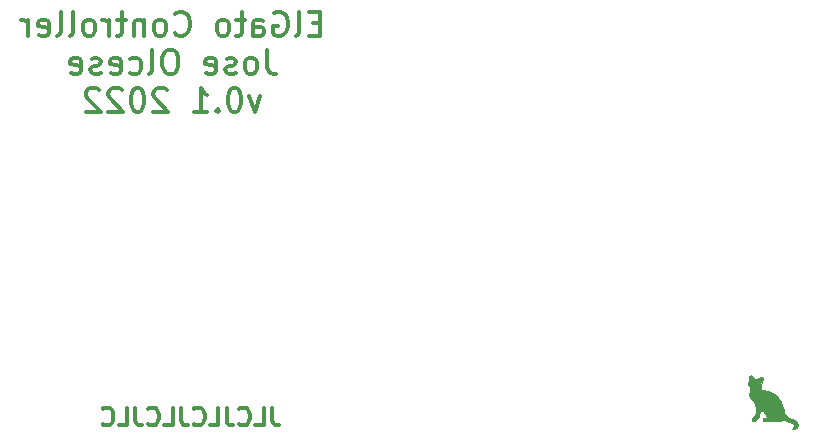
<source format=gbo>
G04 #@! TF.GenerationSoftware,KiCad,Pcbnew,(6.0.7)*
G04 #@! TF.CreationDate,2022-09-05T13:32:46-07:00*
G04 #@! TF.ProjectId,ElGato32,456c4761-746f-4333-922e-6b696361645f,rev?*
G04 #@! TF.SameCoordinates,Original*
G04 #@! TF.FileFunction,Legend,Bot*
G04 #@! TF.FilePolarity,Positive*
%FSLAX46Y46*%
G04 Gerber Fmt 4.6, Leading zero omitted, Abs format (unit mm)*
G04 Created by KiCad (PCBNEW (6.0.7)) date 2022-09-05 13:32:46*
%MOMM*%
%LPD*%
G01*
G04 APERTURE LIST*
%ADD10C,0.010000*%
%ADD11C,0.300000*%
%ADD12R,1.500000X1.500000*%
%ADD13O,3.048000X1.850000*%
%ADD14C,0.650000*%
G04 APERTURE END LIST*
D10*
G36*
X143196436Y-126706182D02*
G01*
X143210228Y-126707501D01*
X143223524Y-126710239D01*
X143236373Y-126714303D01*
X143248825Y-126719600D01*
X143260929Y-126726040D01*
X143272734Y-126733530D01*
X143284289Y-126741977D01*
X143295645Y-126751290D01*
X143306849Y-126761377D01*
X143317952Y-126772145D01*
X143340051Y-126795359D01*
X143385198Y-126845915D01*
X143409036Y-126871786D01*
X143434242Y-126897069D01*
X143447481Y-126909261D01*
X143461211Y-126921029D01*
X143475479Y-126932283D01*
X143490337Y-126942929D01*
X143505832Y-126952876D01*
X143522014Y-126962033D01*
X143538933Y-126970306D01*
X143556637Y-126977604D01*
X143575177Y-126983834D01*
X143594601Y-126988905D01*
X143614959Y-126992725D01*
X143636299Y-126995201D01*
X143658001Y-126996296D01*
X143679488Y-126996097D01*
X143700747Y-126994695D01*
X143721764Y-126992176D01*
X143742527Y-126988630D01*
X143763021Y-126984146D01*
X143803149Y-126972715D01*
X143842040Y-126958593D01*
X143879586Y-126942487D01*
X143915679Y-126925106D01*
X143950209Y-126907158D01*
X144014148Y-126872395D01*
X144043341Y-126856998D01*
X144070538Y-126843867D01*
X144095631Y-126833712D01*
X144118510Y-126827241D01*
X144129087Y-126825608D01*
X144139069Y-126825162D01*
X144148444Y-126825991D01*
X144157198Y-126828183D01*
X144165225Y-126831674D01*
X144172581Y-126836351D01*
X144179284Y-126842165D01*
X144185350Y-126849062D01*
X144190796Y-126856992D01*
X144195640Y-126865903D01*
X144199897Y-126875743D01*
X144203586Y-126886462D01*
X144206723Y-126898006D01*
X144209325Y-126910326D01*
X144211408Y-126923368D01*
X144212991Y-126937082D01*
X144214720Y-126966320D01*
X144214647Y-126997625D01*
X144212908Y-127030585D01*
X144209639Y-127064789D01*
X144204974Y-127099823D01*
X144199050Y-127135275D01*
X144192002Y-127170732D01*
X144183965Y-127205783D01*
X144175074Y-127240014D01*
X144165466Y-127273014D01*
X144094205Y-127485026D01*
X144077340Y-127538613D01*
X144062642Y-127591321D01*
X144051006Y-127642595D01*
X144043327Y-127691877D01*
X144041250Y-127715597D01*
X144040498Y-127738612D01*
X144041182Y-127760850D01*
X144043413Y-127782243D01*
X144047305Y-127802720D01*
X144052968Y-127822214D01*
X144060514Y-127840653D01*
X144070054Y-127857968D01*
X144081702Y-127874091D01*
X144095568Y-127888951D01*
X144111765Y-127902479D01*
X144130403Y-127914605D01*
X144151595Y-127925260D01*
X144175453Y-127934374D01*
X144202088Y-127941877D01*
X144231612Y-127947701D01*
X144366022Y-127968501D01*
X144518106Y-127995037D01*
X144599322Y-128012249D01*
X144683212Y-128033045D01*
X144769195Y-128058144D01*
X144856690Y-128088261D01*
X144945114Y-128124115D01*
X145033888Y-128166422D01*
X145122429Y-128215899D01*
X145166431Y-128243550D01*
X145210156Y-128273263D01*
X145253533Y-128305127D01*
X145296488Y-128339231D01*
X145338949Y-128375666D01*
X145380844Y-128414520D01*
X145422098Y-128455885D01*
X145462641Y-128499848D01*
X145502399Y-128546500D01*
X145541299Y-128595931D01*
X145613357Y-128698603D01*
X145676329Y-128802700D01*
X145731095Y-128907439D01*
X145778535Y-129012039D01*
X145819531Y-129115719D01*
X145854962Y-129217695D01*
X145885709Y-129317186D01*
X145912653Y-129413410D01*
X146000000Y-129750000D01*
X146021132Y-129818160D01*
X146043743Y-129878363D01*
X146068714Y-129929825D01*
X146096924Y-129971764D01*
X146147496Y-130031037D01*
X146198042Y-130085170D01*
X146248459Y-130134483D01*
X146298644Y-130179297D01*
X146348492Y-130219934D01*
X146397900Y-130256715D01*
X146446765Y-130289960D01*
X146494983Y-130319990D01*
X146589062Y-130371691D01*
X146679310Y-130414387D01*
X146844993Y-130483034D01*
X146918771Y-130514121D01*
X146985401Y-130546476D01*
X147015777Y-130563932D01*
X147044055Y-130582667D01*
X147070132Y-130603003D01*
X147093903Y-130625260D01*
X147115266Y-130649761D01*
X147134117Y-130676826D01*
X147150352Y-130706776D01*
X147163868Y-130739931D01*
X147174560Y-130776614D01*
X147182326Y-130817145D01*
X147187061Y-130861845D01*
X147188663Y-130911035D01*
X147187464Y-130933902D01*
X147183963Y-130956332D01*
X147178299Y-130978288D01*
X147170613Y-130999738D01*
X147161046Y-131020646D01*
X147149739Y-131040979D01*
X147136832Y-131060701D01*
X147122465Y-131079779D01*
X147106779Y-131098179D01*
X147089916Y-131115865D01*
X147072015Y-131132803D01*
X147053217Y-131148960D01*
X147033663Y-131164300D01*
X147013493Y-131178790D01*
X146992848Y-131192395D01*
X146971869Y-131205081D01*
X146950696Y-131216813D01*
X146929470Y-131227557D01*
X146908331Y-131237279D01*
X146887420Y-131245944D01*
X146866878Y-131253517D01*
X146846845Y-131259966D01*
X146827463Y-131265255D01*
X146808870Y-131269349D01*
X146791209Y-131272215D01*
X146774620Y-131273818D01*
X146759243Y-131274124D01*
X146745219Y-131273098D01*
X146732689Y-131270707D01*
X146721793Y-131266915D01*
X146712671Y-131261689D01*
X146705466Y-131254993D01*
X146701237Y-131247095D01*
X146700706Y-131238297D01*
X146703501Y-131228620D01*
X146709252Y-131218084D01*
X146728138Y-131194524D01*
X146754397Y-131167782D01*
X146817166Y-131105425D01*
X146847742Y-131070145D01*
X146861529Y-131051552D01*
X146873822Y-131032353D01*
X146884250Y-131012567D01*
X146892441Y-130992216D01*
X146898025Y-130971321D01*
X146900632Y-130949903D01*
X146899889Y-130927982D01*
X146895426Y-130905580D01*
X146886873Y-130882718D01*
X146873858Y-130859415D01*
X146856011Y-130835694D01*
X146832961Y-130811575D01*
X146804336Y-130787080D01*
X146769767Y-130762228D01*
X146728881Y-130737042D01*
X146681310Y-130711541D01*
X146626680Y-130685747D01*
X146564622Y-130659681D01*
X146206211Y-130516692D01*
X146141211Y-130492374D01*
X146084069Y-130472708D01*
X146033791Y-130457734D01*
X145989386Y-130447490D01*
X145949861Y-130442016D01*
X145914226Y-130441353D01*
X145881486Y-130445540D01*
X145850650Y-130454617D01*
X145820727Y-130468624D01*
X145790723Y-130487600D01*
X145759648Y-130511585D01*
X145726507Y-130540618D01*
X144231612Y-130540618D01*
X144231868Y-130502738D01*
X144232951Y-130468663D01*
X144235332Y-130438204D01*
X144237156Y-130424273D01*
X144239482Y-130411176D01*
X144242367Y-130398888D01*
X144245871Y-130387388D01*
X144250053Y-130376651D01*
X144254972Y-130366654D01*
X144260686Y-130357374D01*
X144267254Y-130348787D01*
X144274736Y-130340869D01*
X144283190Y-130333597D01*
X144292675Y-130326948D01*
X144303250Y-130320898D01*
X144314974Y-130315423D01*
X144327906Y-130310501D01*
X144342104Y-130306107D01*
X144357628Y-130302219D01*
X144374536Y-130298812D01*
X144392887Y-130295864D01*
X144412740Y-130293350D01*
X144434155Y-130291248D01*
X144481902Y-130288183D01*
X144536601Y-130286482D01*
X144598721Y-130285957D01*
X144586226Y-130251683D01*
X144570095Y-130212747D01*
X144550727Y-130170097D01*
X144528523Y-130124682D01*
X144503886Y-130077449D01*
X144477216Y-130029348D01*
X144448914Y-129981326D01*
X144419382Y-129934332D01*
X144389021Y-129889315D01*
X144358231Y-129847223D01*
X144327414Y-129809005D01*
X144296971Y-129775608D01*
X144267303Y-129747982D01*
X144252886Y-129736630D01*
X144238812Y-129727075D01*
X144225133Y-129719438D01*
X144211898Y-129713835D01*
X144199159Y-129710387D01*
X144186963Y-129709211D01*
X144165681Y-129709344D01*
X144144118Y-129709978D01*
X144122503Y-129711473D01*
X144101064Y-129714184D01*
X144080030Y-129718471D01*
X144069736Y-129721316D01*
X144059628Y-129724689D01*
X144049735Y-129728634D01*
X144040086Y-129733197D01*
X144030710Y-129738421D01*
X144021633Y-129744352D01*
X144012886Y-129751033D01*
X144004497Y-129758510D01*
X143996494Y-129766828D01*
X143988905Y-129776031D01*
X143981760Y-129786164D01*
X143975087Y-129797271D01*
X143968914Y-129809397D01*
X143963269Y-129822587D01*
X143958182Y-129836885D01*
X143953680Y-129852337D01*
X143949793Y-129868986D01*
X143946549Y-129886878D01*
X143943976Y-129906057D01*
X143942103Y-129926568D01*
X143940958Y-129948455D01*
X143940570Y-129971764D01*
X143939162Y-129999546D01*
X143935041Y-130028218D01*
X143928365Y-130057627D01*
X143919293Y-130087620D01*
X143907981Y-130118042D01*
X143894588Y-130148741D01*
X143879271Y-130179562D01*
X143862187Y-130210352D01*
X143823350Y-130271224D01*
X143779338Y-130330129D01*
X143731413Y-130385838D01*
X143680835Y-130437121D01*
X143628866Y-130482750D01*
X143576765Y-130521497D01*
X143551060Y-130537905D01*
X143525795Y-130552131D01*
X143501128Y-130564023D01*
X143477216Y-130573425D01*
X143454217Y-130580186D01*
X143432289Y-130584150D01*
X143411589Y-130585165D01*
X143392275Y-130583076D01*
X143374504Y-130577731D01*
X143358434Y-130568975D01*
X143344223Y-130556656D01*
X143332029Y-130540618D01*
X143317330Y-130514928D01*
X143306279Y-130491208D01*
X143298668Y-130469250D01*
X143294288Y-130448843D01*
X143292930Y-130429777D01*
X143294386Y-130411842D01*
X143298447Y-130394828D01*
X143304904Y-130378525D01*
X143313549Y-130362722D01*
X143324173Y-130347210D01*
X143336567Y-130331779D01*
X143350524Y-130316218D01*
X143417793Y-130248477D01*
X143455374Y-130208367D01*
X143474420Y-130186017D01*
X143493359Y-130161856D01*
X143511982Y-130135676D01*
X143530080Y-130107265D01*
X143547445Y-130076413D01*
X143563868Y-130042911D01*
X143579140Y-130006548D01*
X143593053Y-129967115D01*
X143605398Y-129924401D01*
X143615966Y-129878195D01*
X143624549Y-129828289D01*
X143630938Y-129774472D01*
X143634924Y-129716533D01*
X143636299Y-129654264D01*
X143634723Y-129569114D01*
X143630130Y-129489947D01*
X143622720Y-129416444D01*
X143612695Y-129348287D01*
X143600255Y-129285157D01*
X143585603Y-129226737D01*
X143568939Y-129172708D01*
X143550464Y-129122751D01*
X143530380Y-129076549D01*
X143508888Y-129033783D01*
X143486189Y-128994134D01*
X143462484Y-128957286D01*
X143412860Y-128890715D01*
X143361628Y-128831524D01*
X143260772Y-128725095D01*
X143214367Y-128672765D01*
X143172791Y-128617630D01*
X143154316Y-128588215D01*
X143137652Y-128557144D01*
X143123000Y-128524099D01*
X143110561Y-128488761D01*
X143100536Y-128450812D01*
X143093126Y-128409934D01*
X143088532Y-128365809D01*
X143086956Y-128318118D01*
X143087777Y-128271097D01*
X143090097Y-128228880D01*
X143093702Y-128190907D01*
X143098377Y-128156617D01*
X143103909Y-128125452D01*
X143110083Y-128096850D01*
X143123503Y-128045097D01*
X143136922Y-127996880D01*
X143143096Y-127972697D01*
X143148628Y-127947718D01*
X143153304Y-127921382D01*
X143156908Y-127893131D01*
X143159228Y-127862403D01*
X143160049Y-127828639D01*
X143159419Y-127805962D01*
X143157586Y-127784745D01*
X143154640Y-127764900D01*
X143150669Y-127746338D01*
X143145762Y-127728970D01*
X143140007Y-127712706D01*
X143133492Y-127697458D01*
X143126306Y-127683136D01*
X143118538Y-127669652D01*
X143110276Y-127656916D01*
X143101608Y-127644840D01*
X143092623Y-127633334D01*
X143074057Y-127611677D01*
X143055285Y-127591233D01*
X143037015Y-127571289D01*
X143019956Y-127551134D01*
X143012101Y-127540754D01*
X143004814Y-127530054D01*
X142998184Y-127518946D01*
X142992299Y-127507339D01*
X142987247Y-127495144D01*
X142983118Y-127482274D01*
X142979999Y-127468638D01*
X142977979Y-127454148D01*
X142977146Y-127438714D01*
X142977590Y-127422248D01*
X142979398Y-127404661D01*
X142982659Y-127385863D01*
X143003660Y-127282439D01*
X143013272Y-127232176D01*
X143022298Y-127181523D01*
X143030746Y-127129466D01*
X143038621Y-127074989D01*
X143045931Y-127017076D01*
X143052680Y-126954712D01*
X143057139Y-126908544D01*
X143062363Y-126863309D01*
X143065745Y-126841570D01*
X143069899Y-126820698D01*
X143075019Y-126800905D01*
X143081297Y-126782402D01*
X143088926Y-126765400D01*
X143093309Y-126757528D01*
X143098101Y-126750111D01*
X143103329Y-126743175D01*
X143109015Y-126736746D01*
X143115185Y-126730852D01*
X143121861Y-126725517D01*
X143129069Y-126720769D01*
X143136833Y-126716634D01*
X143145176Y-126713139D01*
X143154124Y-126710310D01*
X143163699Y-126708173D01*
X143173927Y-126706755D01*
X143184831Y-126706083D01*
X143196436Y-126706182D01*
G37*
X143196436Y-126706182D02*
X143210228Y-126707501D01*
X143223524Y-126710239D01*
X143236373Y-126714303D01*
X143248825Y-126719600D01*
X143260929Y-126726040D01*
X143272734Y-126733530D01*
X143284289Y-126741977D01*
X143295645Y-126751290D01*
X143306849Y-126761377D01*
X143317952Y-126772145D01*
X143340051Y-126795359D01*
X143385198Y-126845915D01*
X143409036Y-126871786D01*
X143434242Y-126897069D01*
X143447481Y-126909261D01*
X143461211Y-126921029D01*
X143475479Y-126932283D01*
X143490337Y-126942929D01*
X143505832Y-126952876D01*
X143522014Y-126962033D01*
X143538933Y-126970306D01*
X143556637Y-126977604D01*
X143575177Y-126983834D01*
X143594601Y-126988905D01*
X143614959Y-126992725D01*
X143636299Y-126995201D01*
X143658001Y-126996296D01*
X143679488Y-126996097D01*
X143700747Y-126994695D01*
X143721764Y-126992176D01*
X143742527Y-126988630D01*
X143763021Y-126984146D01*
X143803149Y-126972715D01*
X143842040Y-126958593D01*
X143879586Y-126942487D01*
X143915679Y-126925106D01*
X143950209Y-126907158D01*
X144014148Y-126872395D01*
X144043341Y-126856998D01*
X144070538Y-126843867D01*
X144095631Y-126833712D01*
X144118510Y-126827241D01*
X144129087Y-126825608D01*
X144139069Y-126825162D01*
X144148444Y-126825991D01*
X144157198Y-126828183D01*
X144165225Y-126831674D01*
X144172581Y-126836351D01*
X144179284Y-126842165D01*
X144185350Y-126849062D01*
X144190796Y-126856992D01*
X144195640Y-126865903D01*
X144199897Y-126875743D01*
X144203586Y-126886462D01*
X144206723Y-126898006D01*
X144209325Y-126910326D01*
X144211408Y-126923368D01*
X144212991Y-126937082D01*
X144214720Y-126966320D01*
X144214647Y-126997625D01*
X144212908Y-127030585D01*
X144209639Y-127064789D01*
X144204974Y-127099823D01*
X144199050Y-127135275D01*
X144192002Y-127170732D01*
X144183965Y-127205783D01*
X144175074Y-127240014D01*
X144165466Y-127273014D01*
X144094205Y-127485026D01*
X144077340Y-127538613D01*
X144062642Y-127591321D01*
X144051006Y-127642595D01*
X144043327Y-127691877D01*
X144041250Y-127715597D01*
X144040498Y-127738612D01*
X144041182Y-127760850D01*
X144043413Y-127782243D01*
X144047305Y-127802720D01*
X144052968Y-127822214D01*
X144060514Y-127840653D01*
X144070054Y-127857968D01*
X144081702Y-127874091D01*
X144095568Y-127888951D01*
X144111765Y-127902479D01*
X144130403Y-127914605D01*
X144151595Y-127925260D01*
X144175453Y-127934374D01*
X144202088Y-127941877D01*
X144231612Y-127947701D01*
X144366022Y-127968501D01*
X144518106Y-127995037D01*
X144599322Y-128012249D01*
X144683212Y-128033045D01*
X144769195Y-128058144D01*
X144856690Y-128088261D01*
X144945114Y-128124115D01*
X145033888Y-128166422D01*
X145122429Y-128215899D01*
X145166431Y-128243550D01*
X145210156Y-128273263D01*
X145253533Y-128305127D01*
X145296488Y-128339231D01*
X145338949Y-128375666D01*
X145380844Y-128414520D01*
X145422098Y-128455885D01*
X145462641Y-128499848D01*
X145502399Y-128546500D01*
X145541299Y-128595931D01*
X145613357Y-128698603D01*
X145676329Y-128802700D01*
X145731095Y-128907439D01*
X145778535Y-129012039D01*
X145819531Y-129115719D01*
X145854962Y-129217695D01*
X145885709Y-129317186D01*
X145912653Y-129413410D01*
X146000000Y-129750000D01*
X146021132Y-129818160D01*
X146043743Y-129878363D01*
X146068714Y-129929825D01*
X146096924Y-129971764D01*
X146147496Y-130031037D01*
X146198042Y-130085170D01*
X146248459Y-130134483D01*
X146298644Y-130179297D01*
X146348492Y-130219934D01*
X146397900Y-130256715D01*
X146446765Y-130289960D01*
X146494983Y-130319990D01*
X146589062Y-130371691D01*
X146679310Y-130414387D01*
X146844993Y-130483034D01*
X146918771Y-130514121D01*
X146985401Y-130546476D01*
X147015777Y-130563932D01*
X147044055Y-130582667D01*
X147070132Y-130603003D01*
X147093903Y-130625260D01*
X147115266Y-130649761D01*
X147134117Y-130676826D01*
X147150352Y-130706776D01*
X147163868Y-130739931D01*
X147174560Y-130776614D01*
X147182326Y-130817145D01*
X147187061Y-130861845D01*
X147188663Y-130911035D01*
X147187464Y-130933902D01*
X147183963Y-130956332D01*
X147178299Y-130978288D01*
X147170613Y-130999738D01*
X147161046Y-131020646D01*
X147149739Y-131040979D01*
X147136832Y-131060701D01*
X147122465Y-131079779D01*
X147106779Y-131098179D01*
X147089916Y-131115865D01*
X147072015Y-131132803D01*
X147053217Y-131148960D01*
X147033663Y-131164300D01*
X147013493Y-131178790D01*
X146992848Y-131192395D01*
X146971869Y-131205081D01*
X146950696Y-131216813D01*
X146929470Y-131227557D01*
X146908331Y-131237279D01*
X146887420Y-131245944D01*
X146866878Y-131253517D01*
X146846845Y-131259966D01*
X146827463Y-131265255D01*
X146808870Y-131269349D01*
X146791209Y-131272215D01*
X146774620Y-131273818D01*
X146759243Y-131274124D01*
X146745219Y-131273098D01*
X146732689Y-131270707D01*
X146721793Y-131266915D01*
X146712671Y-131261689D01*
X146705466Y-131254993D01*
X146701237Y-131247095D01*
X146700706Y-131238297D01*
X146703501Y-131228620D01*
X146709252Y-131218084D01*
X146728138Y-131194524D01*
X146754397Y-131167782D01*
X146817166Y-131105425D01*
X146847742Y-131070145D01*
X146861529Y-131051552D01*
X146873822Y-131032353D01*
X146884250Y-131012567D01*
X146892441Y-130992216D01*
X146898025Y-130971321D01*
X146900632Y-130949903D01*
X146899889Y-130927982D01*
X146895426Y-130905580D01*
X146886873Y-130882718D01*
X146873858Y-130859415D01*
X146856011Y-130835694D01*
X146832961Y-130811575D01*
X146804336Y-130787080D01*
X146769767Y-130762228D01*
X146728881Y-130737042D01*
X146681310Y-130711541D01*
X146626680Y-130685747D01*
X146564622Y-130659681D01*
X146206211Y-130516692D01*
X146141211Y-130492374D01*
X146084069Y-130472708D01*
X146033791Y-130457734D01*
X145989386Y-130447490D01*
X145949861Y-130442016D01*
X145914226Y-130441353D01*
X145881486Y-130445540D01*
X145850650Y-130454617D01*
X145820727Y-130468624D01*
X145790723Y-130487600D01*
X145759648Y-130511585D01*
X145726507Y-130540618D01*
X144231612Y-130540618D01*
X144231868Y-130502738D01*
X144232951Y-130468663D01*
X144235332Y-130438204D01*
X144237156Y-130424273D01*
X144239482Y-130411176D01*
X144242367Y-130398888D01*
X144245871Y-130387388D01*
X144250053Y-130376651D01*
X144254972Y-130366654D01*
X144260686Y-130357374D01*
X144267254Y-130348787D01*
X144274736Y-130340869D01*
X144283190Y-130333597D01*
X144292675Y-130326948D01*
X144303250Y-130320898D01*
X144314974Y-130315423D01*
X144327906Y-130310501D01*
X144342104Y-130306107D01*
X144357628Y-130302219D01*
X144374536Y-130298812D01*
X144392887Y-130295864D01*
X144412740Y-130293350D01*
X144434155Y-130291248D01*
X144481902Y-130288183D01*
X144536601Y-130286482D01*
X144598721Y-130285957D01*
X144586226Y-130251683D01*
X144570095Y-130212747D01*
X144550727Y-130170097D01*
X144528523Y-130124682D01*
X144503886Y-130077449D01*
X144477216Y-130029348D01*
X144448914Y-129981326D01*
X144419382Y-129934332D01*
X144389021Y-129889315D01*
X144358231Y-129847223D01*
X144327414Y-129809005D01*
X144296971Y-129775608D01*
X144267303Y-129747982D01*
X144252886Y-129736630D01*
X144238812Y-129727075D01*
X144225133Y-129719438D01*
X144211898Y-129713835D01*
X144199159Y-129710387D01*
X144186963Y-129709211D01*
X144165681Y-129709344D01*
X144144118Y-129709978D01*
X144122503Y-129711473D01*
X144101064Y-129714184D01*
X144080030Y-129718471D01*
X144069736Y-129721316D01*
X144059628Y-129724689D01*
X144049735Y-129728634D01*
X144040086Y-129733197D01*
X144030710Y-129738421D01*
X144021633Y-129744352D01*
X144012886Y-129751033D01*
X144004497Y-129758510D01*
X143996494Y-129766828D01*
X143988905Y-129776031D01*
X143981760Y-129786164D01*
X143975087Y-129797271D01*
X143968914Y-129809397D01*
X143963269Y-129822587D01*
X143958182Y-129836885D01*
X143953680Y-129852337D01*
X143949793Y-129868986D01*
X143946549Y-129886878D01*
X143943976Y-129906057D01*
X143942103Y-129926568D01*
X143940958Y-129948455D01*
X143940570Y-129971764D01*
X143939162Y-129999546D01*
X143935041Y-130028218D01*
X143928365Y-130057627D01*
X143919293Y-130087620D01*
X143907981Y-130118042D01*
X143894588Y-130148741D01*
X143879271Y-130179562D01*
X143862187Y-130210352D01*
X143823350Y-130271224D01*
X143779338Y-130330129D01*
X143731413Y-130385838D01*
X143680835Y-130437121D01*
X143628866Y-130482750D01*
X143576765Y-130521497D01*
X143551060Y-130537905D01*
X143525795Y-130552131D01*
X143501128Y-130564023D01*
X143477216Y-130573425D01*
X143454217Y-130580186D01*
X143432289Y-130584150D01*
X143411589Y-130585165D01*
X143392275Y-130583076D01*
X143374504Y-130577731D01*
X143358434Y-130568975D01*
X143344223Y-130556656D01*
X143332029Y-130540618D01*
X143317330Y-130514928D01*
X143306279Y-130491208D01*
X143298668Y-130469250D01*
X143294288Y-130448843D01*
X143292930Y-130429777D01*
X143294386Y-130411842D01*
X143298447Y-130394828D01*
X143304904Y-130378525D01*
X143313549Y-130362722D01*
X143324173Y-130347210D01*
X143336567Y-130331779D01*
X143350524Y-130316218D01*
X143417793Y-130248477D01*
X143455374Y-130208367D01*
X143474420Y-130186017D01*
X143493359Y-130161856D01*
X143511982Y-130135676D01*
X143530080Y-130107265D01*
X143547445Y-130076413D01*
X143563868Y-130042911D01*
X143579140Y-130006548D01*
X143593053Y-129967115D01*
X143605398Y-129924401D01*
X143615966Y-129878195D01*
X143624549Y-129828289D01*
X143630938Y-129774472D01*
X143634924Y-129716533D01*
X143636299Y-129654264D01*
X143634723Y-129569114D01*
X143630130Y-129489947D01*
X143622720Y-129416444D01*
X143612695Y-129348287D01*
X143600255Y-129285157D01*
X143585603Y-129226737D01*
X143568939Y-129172708D01*
X143550464Y-129122751D01*
X143530380Y-129076549D01*
X143508888Y-129033783D01*
X143486189Y-128994134D01*
X143462484Y-128957286D01*
X143412860Y-128890715D01*
X143361628Y-128831524D01*
X143260772Y-128725095D01*
X143214367Y-128672765D01*
X143172791Y-128617630D01*
X143154316Y-128588215D01*
X143137652Y-128557144D01*
X143123000Y-128524099D01*
X143110561Y-128488761D01*
X143100536Y-128450812D01*
X143093126Y-128409934D01*
X143088532Y-128365809D01*
X143086956Y-128318118D01*
X143087777Y-128271097D01*
X143090097Y-128228880D01*
X143093702Y-128190907D01*
X143098377Y-128156617D01*
X143103909Y-128125452D01*
X143110083Y-128096850D01*
X143123503Y-128045097D01*
X143136922Y-127996880D01*
X143143096Y-127972697D01*
X143148628Y-127947718D01*
X143153304Y-127921382D01*
X143156908Y-127893131D01*
X143159228Y-127862403D01*
X143160049Y-127828639D01*
X143159419Y-127805962D01*
X143157586Y-127784745D01*
X143154640Y-127764900D01*
X143150669Y-127746338D01*
X143145762Y-127728970D01*
X143140007Y-127712706D01*
X143133492Y-127697458D01*
X143126306Y-127683136D01*
X143118538Y-127669652D01*
X143110276Y-127656916D01*
X143101608Y-127644840D01*
X143092623Y-127633334D01*
X143074057Y-127611677D01*
X143055285Y-127591233D01*
X143037015Y-127571289D01*
X143019956Y-127551134D01*
X143012101Y-127540754D01*
X143004814Y-127530054D01*
X142998184Y-127518946D01*
X142992299Y-127507339D01*
X142987247Y-127495144D01*
X142983118Y-127482274D01*
X142979999Y-127468638D01*
X142977979Y-127454148D01*
X142977146Y-127438714D01*
X142977590Y-127422248D01*
X142979398Y-127404661D01*
X142982659Y-127385863D01*
X143003660Y-127282439D01*
X143013272Y-127232176D01*
X143022298Y-127181523D01*
X143030746Y-127129466D01*
X143038621Y-127074989D01*
X143045931Y-127017076D01*
X143052680Y-126954712D01*
X143057139Y-126908544D01*
X143062363Y-126863309D01*
X143065745Y-126841570D01*
X143069899Y-126820698D01*
X143075019Y-126800905D01*
X143081297Y-126782402D01*
X143088926Y-126765400D01*
X143093309Y-126757528D01*
X143098101Y-126750111D01*
X143103329Y-126743175D01*
X143109015Y-126736746D01*
X143115185Y-126730852D01*
X143121861Y-126725517D01*
X143129069Y-126720769D01*
X143136833Y-126716634D01*
X143145176Y-126713139D01*
X143154124Y-126710310D01*
X143163699Y-126708173D01*
X143173927Y-126706755D01*
X143184831Y-126706083D01*
X143196436Y-126706182D01*
D11*
X102678571Y-129428571D02*
X102678571Y-130500000D01*
X102750000Y-130714285D01*
X102892857Y-130857142D01*
X103107142Y-130928571D01*
X103250000Y-130928571D01*
X101250000Y-130928571D02*
X101964285Y-130928571D01*
X101964285Y-129428571D01*
X99892857Y-130785714D02*
X99964285Y-130857142D01*
X100178571Y-130928571D01*
X100321428Y-130928571D01*
X100535714Y-130857142D01*
X100678571Y-130714285D01*
X100750000Y-130571428D01*
X100821428Y-130285714D01*
X100821428Y-130071428D01*
X100750000Y-129785714D01*
X100678571Y-129642857D01*
X100535714Y-129500000D01*
X100321428Y-129428571D01*
X100178571Y-129428571D01*
X99964285Y-129500000D01*
X99892857Y-129571428D01*
X98821428Y-129428571D02*
X98821428Y-130500000D01*
X98892857Y-130714285D01*
X99035714Y-130857142D01*
X99250000Y-130928571D01*
X99392857Y-130928571D01*
X97392857Y-130928571D02*
X98107142Y-130928571D01*
X98107142Y-129428571D01*
X96035714Y-130785714D02*
X96107142Y-130857142D01*
X96321428Y-130928571D01*
X96464285Y-130928571D01*
X96678571Y-130857142D01*
X96821428Y-130714285D01*
X96892857Y-130571428D01*
X96964285Y-130285714D01*
X96964285Y-130071428D01*
X96892857Y-129785714D01*
X96821428Y-129642857D01*
X96678571Y-129500000D01*
X96464285Y-129428571D01*
X96321428Y-129428571D01*
X96107142Y-129500000D01*
X96035714Y-129571428D01*
X94964285Y-129428571D02*
X94964285Y-130500000D01*
X95035714Y-130714285D01*
X95178571Y-130857142D01*
X95392857Y-130928571D01*
X95535714Y-130928571D01*
X93535714Y-130928571D02*
X94250000Y-130928571D01*
X94250000Y-129428571D01*
X92178571Y-130785714D02*
X92250000Y-130857142D01*
X92464285Y-130928571D01*
X92607142Y-130928571D01*
X92821428Y-130857142D01*
X92964285Y-130714285D01*
X93035714Y-130571428D01*
X93107142Y-130285714D01*
X93107142Y-130071428D01*
X93035714Y-129785714D01*
X92964285Y-129642857D01*
X92821428Y-129500000D01*
X92607142Y-129428571D01*
X92464285Y-129428571D01*
X92250000Y-129500000D01*
X92178571Y-129571428D01*
X91107142Y-129428571D02*
X91107142Y-130500000D01*
X91178571Y-130714285D01*
X91321428Y-130857142D01*
X91535714Y-130928571D01*
X91678571Y-130928571D01*
X89678571Y-130928571D02*
X90392857Y-130928571D01*
X90392857Y-129428571D01*
X88321428Y-130785714D02*
X88392857Y-130857142D01*
X88607142Y-130928571D01*
X88750000Y-130928571D01*
X88964285Y-130857142D01*
X89107142Y-130714285D01*
X89178571Y-130571428D01*
X89250000Y-130285714D01*
X89250000Y-130071428D01*
X89178571Y-129785714D01*
X89107142Y-129642857D01*
X88964285Y-129500000D01*
X88750000Y-129428571D01*
X88607142Y-129428571D01*
X88392857Y-129500000D01*
X88321428Y-129571428D01*
X106773809Y-96887142D02*
X106107142Y-96887142D01*
X105821428Y-97934761D02*
X106773809Y-97934761D01*
X106773809Y-95934761D01*
X105821428Y-95934761D01*
X104678571Y-97934761D02*
X104869047Y-97839523D01*
X104964285Y-97649047D01*
X104964285Y-95934761D01*
X102869047Y-96030000D02*
X103059523Y-95934761D01*
X103345238Y-95934761D01*
X103630952Y-96030000D01*
X103821428Y-96220476D01*
X103916666Y-96410952D01*
X104011904Y-96791904D01*
X104011904Y-97077619D01*
X103916666Y-97458571D01*
X103821428Y-97649047D01*
X103630952Y-97839523D01*
X103345238Y-97934761D01*
X103154761Y-97934761D01*
X102869047Y-97839523D01*
X102773809Y-97744285D01*
X102773809Y-97077619D01*
X103154761Y-97077619D01*
X101059523Y-97934761D02*
X101059523Y-96887142D01*
X101154761Y-96696666D01*
X101345238Y-96601428D01*
X101726190Y-96601428D01*
X101916666Y-96696666D01*
X101059523Y-97839523D02*
X101250000Y-97934761D01*
X101726190Y-97934761D01*
X101916666Y-97839523D01*
X102011904Y-97649047D01*
X102011904Y-97458571D01*
X101916666Y-97268095D01*
X101726190Y-97172857D01*
X101250000Y-97172857D01*
X101059523Y-97077619D01*
X100392857Y-96601428D02*
X99630952Y-96601428D01*
X100107142Y-95934761D02*
X100107142Y-97649047D01*
X100011904Y-97839523D01*
X99821428Y-97934761D01*
X99630952Y-97934761D01*
X98678571Y-97934761D02*
X98869047Y-97839523D01*
X98964285Y-97744285D01*
X99059523Y-97553809D01*
X99059523Y-96982380D01*
X98964285Y-96791904D01*
X98869047Y-96696666D01*
X98678571Y-96601428D01*
X98392857Y-96601428D01*
X98202380Y-96696666D01*
X98107142Y-96791904D01*
X98011904Y-96982380D01*
X98011904Y-97553809D01*
X98107142Y-97744285D01*
X98202380Y-97839523D01*
X98392857Y-97934761D01*
X98678571Y-97934761D01*
X94488095Y-97744285D02*
X94583333Y-97839523D01*
X94869047Y-97934761D01*
X95059523Y-97934761D01*
X95345238Y-97839523D01*
X95535714Y-97649047D01*
X95630952Y-97458571D01*
X95726190Y-97077619D01*
X95726190Y-96791904D01*
X95630952Y-96410952D01*
X95535714Y-96220476D01*
X95345238Y-96030000D01*
X95059523Y-95934761D01*
X94869047Y-95934761D01*
X94583333Y-96030000D01*
X94488095Y-96125238D01*
X93345238Y-97934761D02*
X93535714Y-97839523D01*
X93630952Y-97744285D01*
X93726190Y-97553809D01*
X93726190Y-96982380D01*
X93630952Y-96791904D01*
X93535714Y-96696666D01*
X93345238Y-96601428D01*
X93059523Y-96601428D01*
X92869047Y-96696666D01*
X92773809Y-96791904D01*
X92678571Y-96982380D01*
X92678571Y-97553809D01*
X92773809Y-97744285D01*
X92869047Y-97839523D01*
X93059523Y-97934761D01*
X93345238Y-97934761D01*
X91821428Y-96601428D02*
X91821428Y-97934761D01*
X91821428Y-96791904D02*
X91726190Y-96696666D01*
X91535714Y-96601428D01*
X91250000Y-96601428D01*
X91059523Y-96696666D01*
X90964285Y-96887142D01*
X90964285Y-97934761D01*
X90297619Y-96601428D02*
X89535714Y-96601428D01*
X90011904Y-95934761D02*
X90011904Y-97649047D01*
X89916666Y-97839523D01*
X89726190Y-97934761D01*
X89535714Y-97934761D01*
X88869047Y-97934761D02*
X88869047Y-96601428D01*
X88869047Y-96982380D02*
X88773809Y-96791904D01*
X88678571Y-96696666D01*
X88488095Y-96601428D01*
X88297619Y-96601428D01*
X87345238Y-97934761D02*
X87535714Y-97839523D01*
X87630952Y-97744285D01*
X87726190Y-97553809D01*
X87726190Y-96982380D01*
X87630952Y-96791904D01*
X87535714Y-96696666D01*
X87345238Y-96601428D01*
X87059523Y-96601428D01*
X86869047Y-96696666D01*
X86773809Y-96791904D01*
X86678571Y-96982380D01*
X86678571Y-97553809D01*
X86773809Y-97744285D01*
X86869047Y-97839523D01*
X87059523Y-97934761D01*
X87345238Y-97934761D01*
X85535714Y-97934761D02*
X85726190Y-97839523D01*
X85821428Y-97649047D01*
X85821428Y-95934761D01*
X84488095Y-97934761D02*
X84678571Y-97839523D01*
X84773809Y-97649047D01*
X84773809Y-95934761D01*
X82964285Y-97839523D02*
X83154761Y-97934761D01*
X83535714Y-97934761D01*
X83726190Y-97839523D01*
X83821428Y-97649047D01*
X83821428Y-96887142D01*
X83726190Y-96696666D01*
X83535714Y-96601428D01*
X83154761Y-96601428D01*
X82964285Y-96696666D01*
X82869047Y-96887142D01*
X82869047Y-97077619D01*
X83821428Y-97268095D01*
X82011904Y-97934761D02*
X82011904Y-96601428D01*
X82011904Y-96982380D02*
X81916666Y-96791904D01*
X81821428Y-96696666D01*
X81630952Y-96601428D01*
X81440476Y-96601428D01*
X102250000Y-99154761D02*
X102250000Y-100583333D01*
X102345238Y-100869047D01*
X102535714Y-101059523D01*
X102821428Y-101154761D01*
X103011904Y-101154761D01*
X101011904Y-101154761D02*
X101202380Y-101059523D01*
X101297619Y-100964285D01*
X101392857Y-100773809D01*
X101392857Y-100202380D01*
X101297619Y-100011904D01*
X101202380Y-99916666D01*
X101011904Y-99821428D01*
X100726190Y-99821428D01*
X100535714Y-99916666D01*
X100440476Y-100011904D01*
X100345238Y-100202380D01*
X100345238Y-100773809D01*
X100440476Y-100964285D01*
X100535714Y-101059523D01*
X100726190Y-101154761D01*
X101011904Y-101154761D01*
X99583333Y-101059523D02*
X99392857Y-101154761D01*
X99011904Y-101154761D01*
X98821428Y-101059523D01*
X98726190Y-100869047D01*
X98726190Y-100773809D01*
X98821428Y-100583333D01*
X99011904Y-100488095D01*
X99297619Y-100488095D01*
X99488095Y-100392857D01*
X99583333Y-100202380D01*
X99583333Y-100107142D01*
X99488095Y-99916666D01*
X99297619Y-99821428D01*
X99011904Y-99821428D01*
X98821428Y-99916666D01*
X97107142Y-101059523D02*
X97297619Y-101154761D01*
X97678571Y-101154761D01*
X97869047Y-101059523D01*
X97964285Y-100869047D01*
X97964285Y-100107142D01*
X97869047Y-99916666D01*
X97678571Y-99821428D01*
X97297619Y-99821428D01*
X97107142Y-99916666D01*
X97011904Y-100107142D01*
X97011904Y-100297619D01*
X97964285Y-100488095D01*
X94250000Y-99154761D02*
X93869047Y-99154761D01*
X93678571Y-99250000D01*
X93488095Y-99440476D01*
X93392857Y-99821428D01*
X93392857Y-100488095D01*
X93488095Y-100869047D01*
X93678571Y-101059523D01*
X93869047Y-101154761D01*
X94250000Y-101154761D01*
X94440476Y-101059523D01*
X94630952Y-100869047D01*
X94726190Y-100488095D01*
X94726190Y-99821428D01*
X94630952Y-99440476D01*
X94440476Y-99250000D01*
X94250000Y-99154761D01*
X92250000Y-101154761D02*
X92440476Y-101059523D01*
X92535714Y-100869047D01*
X92535714Y-99154761D01*
X90630952Y-101059523D02*
X90821428Y-101154761D01*
X91202380Y-101154761D01*
X91392857Y-101059523D01*
X91488095Y-100964285D01*
X91583333Y-100773809D01*
X91583333Y-100202380D01*
X91488095Y-100011904D01*
X91392857Y-99916666D01*
X91202380Y-99821428D01*
X90821428Y-99821428D01*
X90630952Y-99916666D01*
X89011904Y-101059523D02*
X89202380Y-101154761D01*
X89583333Y-101154761D01*
X89773809Y-101059523D01*
X89869047Y-100869047D01*
X89869047Y-100107142D01*
X89773809Y-99916666D01*
X89583333Y-99821428D01*
X89202380Y-99821428D01*
X89011904Y-99916666D01*
X88916666Y-100107142D01*
X88916666Y-100297619D01*
X89869047Y-100488095D01*
X88154761Y-101059523D02*
X87964285Y-101154761D01*
X87583333Y-101154761D01*
X87392857Y-101059523D01*
X87297619Y-100869047D01*
X87297619Y-100773809D01*
X87392857Y-100583333D01*
X87583333Y-100488095D01*
X87869047Y-100488095D01*
X88059523Y-100392857D01*
X88154761Y-100202380D01*
X88154761Y-100107142D01*
X88059523Y-99916666D01*
X87869047Y-99821428D01*
X87583333Y-99821428D01*
X87392857Y-99916666D01*
X85678571Y-101059523D02*
X85869047Y-101154761D01*
X86250000Y-101154761D01*
X86440476Y-101059523D01*
X86535714Y-100869047D01*
X86535714Y-100107142D01*
X86440476Y-99916666D01*
X86250000Y-99821428D01*
X85869047Y-99821428D01*
X85678571Y-99916666D01*
X85583333Y-100107142D01*
X85583333Y-100297619D01*
X86535714Y-100488095D01*
X101678571Y-103041428D02*
X101202380Y-104374761D01*
X100726190Y-103041428D01*
X99583333Y-102374761D02*
X99392857Y-102374761D01*
X99202380Y-102470000D01*
X99107142Y-102565238D01*
X99011904Y-102755714D01*
X98916666Y-103136666D01*
X98916666Y-103612857D01*
X99011904Y-103993809D01*
X99107142Y-104184285D01*
X99202380Y-104279523D01*
X99392857Y-104374761D01*
X99583333Y-104374761D01*
X99773809Y-104279523D01*
X99869047Y-104184285D01*
X99964285Y-103993809D01*
X100059523Y-103612857D01*
X100059523Y-103136666D01*
X99964285Y-102755714D01*
X99869047Y-102565238D01*
X99773809Y-102470000D01*
X99583333Y-102374761D01*
X98059523Y-104184285D02*
X97964285Y-104279523D01*
X98059523Y-104374761D01*
X98154761Y-104279523D01*
X98059523Y-104184285D01*
X98059523Y-104374761D01*
X96059523Y-104374761D02*
X97202380Y-104374761D01*
X96630952Y-104374761D02*
X96630952Y-102374761D01*
X96821428Y-102660476D01*
X97011904Y-102850952D01*
X97202380Y-102946190D01*
X93773809Y-102565238D02*
X93678571Y-102470000D01*
X93488095Y-102374761D01*
X93011904Y-102374761D01*
X92821428Y-102470000D01*
X92726190Y-102565238D01*
X92630952Y-102755714D01*
X92630952Y-102946190D01*
X92726190Y-103231904D01*
X93869047Y-104374761D01*
X92630952Y-104374761D01*
X91392857Y-102374761D02*
X91202380Y-102374761D01*
X91011904Y-102470000D01*
X90916666Y-102565238D01*
X90821428Y-102755714D01*
X90726190Y-103136666D01*
X90726190Y-103612857D01*
X90821428Y-103993809D01*
X90916666Y-104184285D01*
X91011904Y-104279523D01*
X91202380Y-104374761D01*
X91392857Y-104374761D01*
X91583333Y-104279523D01*
X91678571Y-104184285D01*
X91773809Y-103993809D01*
X91869047Y-103612857D01*
X91869047Y-103136666D01*
X91773809Y-102755714D01*
X91678571Y-102565238D01*
X91583333Y-102470000D01*
X91392857Y-102374761D01*
X89964285Y-102565238D02*
X89869047Y-102470000D01*
X89678571Y-102374761D01*
X89202380Y-102374761D01*
X89011904Y-102470000D01*
X88916666Y-102565238D01*
X88821428Y-102755714D01*
X88821428Y-102946190D01*
X88916666Y-103231904D01*
X90059523Y-104374761D01*
X88821428Y-104374761D01*
X88059523Y-102565238D02*
X87964285Y-102470000D01*
X87773809Y-102374761D01*
X87297619Y-102374761D01*
X87107142Y-102470000D01*
X87011904Y-102565238D01*
X86916666Y-102755714D01*
X86916666Y-102946190D01*
X87011904Y-103231904D01*
X88154761Y-104374761D01*
X86916666Y-104374761D01*
%LPC*%
D12*
X147000000Y-115500000D03*
D13*
X138330000Y-108500000D03*
X125830000Y-108500000D03*
X125830000Y-113500000D03*
X138330000Y-113500000D03*
D14*
X94890000Y-95062500D03*
X89110000Y-95062500D03*
D13*
X108760000Y-123500000D03*
X121260000Y-123500000D03*
X121260000Y-128500000D03*
X108760000Y-128500000D03*
X138260000Y-123500000D03*
X125760000Y-123500000D03*
X138260000Y-128500000D03*
X125760000Y-128500000D03*
X121260000Y-108500000D03*
X108760000Y-108500000D03*
X121260000Y-113500000D03*
X108760000Y-113500000D03*
D12*
X147000000Y-118500000D03*
X147000000Y-112500000D03*
X147000000Y-109500000D03*
D13*
X133760000Y-94500000D03*
X146260000Y-94500000D03*
X146260000Y-99500000D03*
X133760000Y-99500000D03*
M02*

</source>
